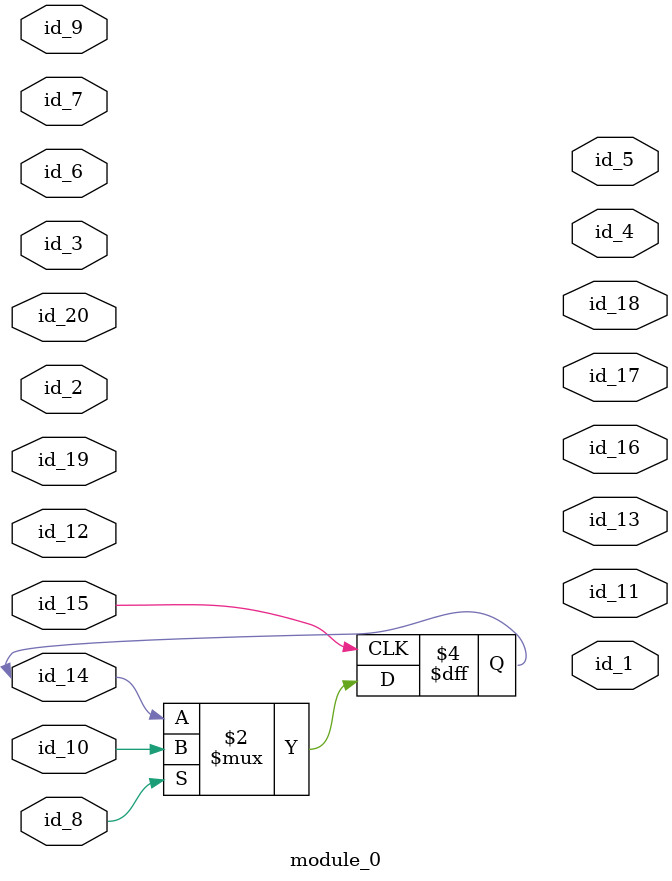
<source format=v>
module module_0 (
    id_1,
    id_2,
    id_3,
    id_4,
    id_5,
    id_6,
    id_7,
    id_8,
    id_9,
    id_10,
    id_11,
    id_12,
    id_13,
    id_14,
    id_15,
    id_16,
    id_17,
    id_18,
    id_19,
    id_20
);
  inout id_20;
  inout id_19;
  output id_18;
  output id_17;
  output id_16;
  input id_15;
  inout id_14;
  output id_13;
  inout id_12;
  output id_11;
  inout id_10;
  input id_9;
  input id_8;
  input id_7;
  inout id_6;
  output id_5;
  output id_4;
  inout id_3;
  inout id_2;
  output id_1;
  always @(posedge id_15) begin
    id_4[1 : 1] <= 1;
    if (id_8)
      if (1) begin
        id_14 <= id_10;
      end
  end
endmodule

</source>
